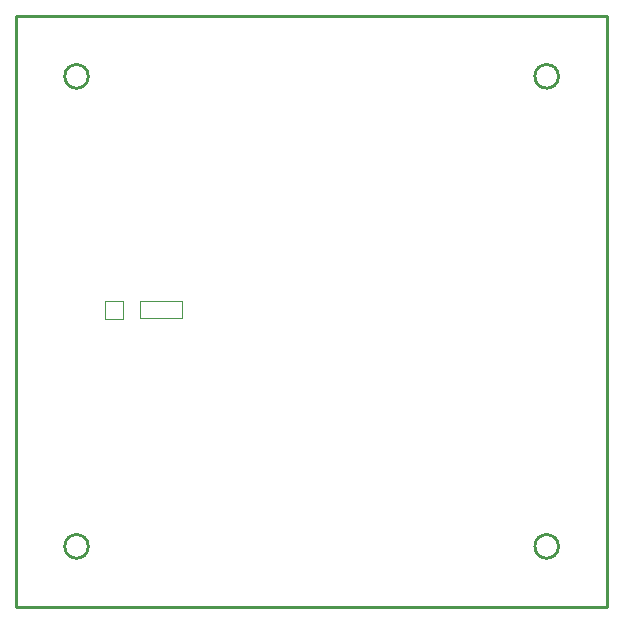
<source format=gbr>
%TF.GenerationSoftware,KiCad,Pcbnew,(5.0.1-3-g963ef8bb5)*%
%TF.CreationDate,2020-03-04T19:54:40-08:00*%
%TF.ProjectId,SolarCell+Y,536F6C617243656C6C2B592E6B696361,rev?*%
%TF.SameCoordinates,Original*%
%TF.FileFunction,Profile,NP*%
%FSLAX46Y46*%
G04 Gerber Fmt 4.6, Leading zero omitted, Abs format (unit mm)*
G04 Created by KiCad (PCBNEW (5.0.1-3-g963ef8bb5)) date Wednesday, March 04, 2020 at 07:54:40 PM*
%MOMM*%
%LPD*%
G01*
G04 APERTURE LIST*
%ADD10C,0.050000*%
%ADD11C,0.250000*%
G04 APERTURE END LIST*
D10*
X160500000Y-65600000D02*
X160500000Y-64100000D01*
X164000000Y-65600000D02*
X160500000Y-65600000D01*
X164000000Y-64100000D02*
X164000000Y-65600000D01*
X160500000Y-64100000D02*
X164000000Y-64100000D01*
X159000000Y-64100000D02*
X157500000Y-64100000D01*
X159000000Y-65650000D02*
X159000000Y-64100000D01*
X157500000Y-65650000D02*
X159000000Y-65650000D01*
X157500000Y-64100000D02*
X157500000Y-65650000D01*
D11*
X200000000Y-40000000D02*
X150000000Y-40000000D01*
X150000000Y-90000000D02*
X200000000Y-90000000D01*
X150000000Y-40000000D02*
X150000000Y-90000000D01*
X195900000Y-45100000D02*
G75*
G03X195900000Y-45100000I-1000000J0D01*
G01*
X156100000Y-84900000D02*
G75*
G03X156100000Y-84900000I-1000000J0D01*
G01*
X156100000Y-45100000D02*
G75*
G03X156100000Y-45100000I-1000000J0D01*
G01*
X195900000Y-84900000D02*
G75*
G03X195900000Y-84900000I-1000000J0D01*
G01*
X200000000Y-90000000D02*
X200000000Y-40000000D01*
M02*

</source>
